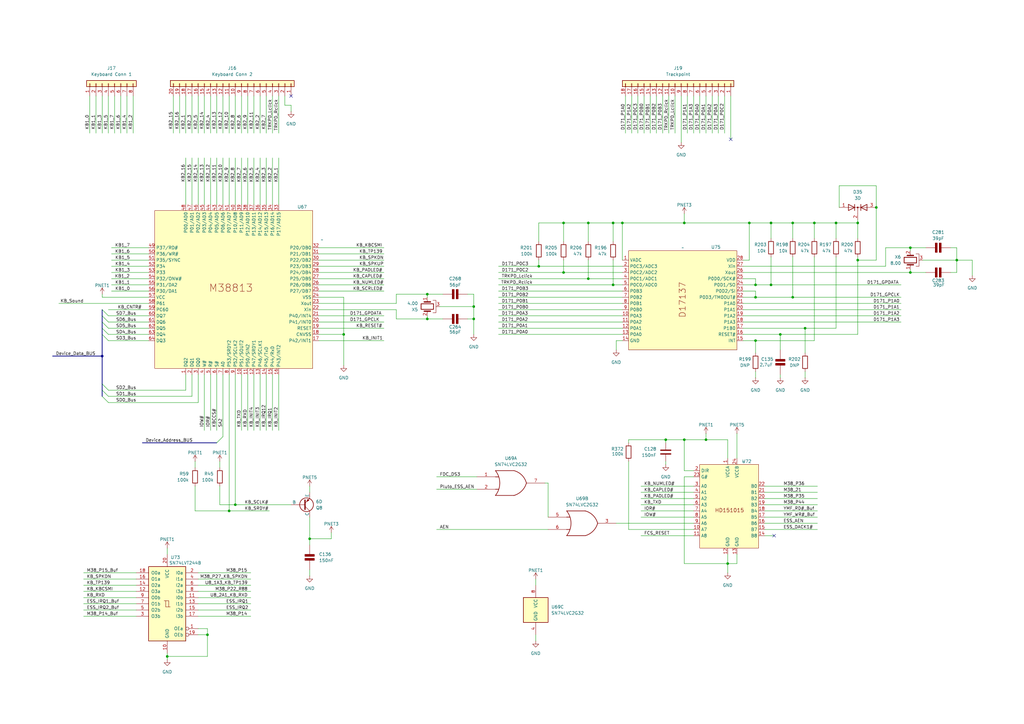
<source format=kicad_sch>
(kicad_sch (version 20250114) (generator "eeschema") (generator_version "9.0")
  (paper "A3")
  (title_block (title "PC110"))
  (junction (at 68.58 269.24))
  (junction (at 373.38 101.6))
  (junction (at 85.09 260.35))
  (junction (at 231.14 91.44))
  (junction (at 359.41 85.09))
  (junction (at 316.23 91.44))
  (junction (at 194.31 130.81))
  (junction (at 280.67 180.34))
  (junction (at 320.04 137.16))
  (junction (at 351.79 91.44))
  (junction (at 334.01 91.44))
  (junction (at 251.46 116.84))
  (junction (at 194.31 125.73))
  (junction (at 316.23 116.84))
  (junction (at 325.12 121.92))
  (junction (at 309.88 139.7))
  (junction (at 351.79 106.68))
  (junction (at 330.2 134.62))
  (junction (at 309.88 121.92))
  (junction (at 241.3 114.3))
  (junction (at 175.26 120.65))
  (junction (at 140.97 137.16))
  (junction (at 307.34 91.44))
  (junction (at 96.52 207.01))
  (junction (at 342.9 91.44))
  (junction (at 41.91 146.05))
  (junction (at 273.05 180.34))
  (junction (at 93.98 209.55))
  (junction (at 231.14 111.76))
  (junction (at 309.88 116.84))
  (junction (at 289.56 180.34))
  (junction (at 127 220.98))
  (junction (at 220.98 109.22))
  (junction (at 255.27 91.44))
  (junction (at 280.67 91.44))
  (junction (at 241.3 91.44))
  (junction (at 392.43 106.68))
  (junction (at 298.45 231.14))
  (junction (at 325.12 91.44))
  (junction (at 373.38 111.76))
  (junction (at 251.46 91.44))
  (junction (at 175.26 130.81))
  (no_connect (at 299.72 57.15))
  (no_connect (at 119.38 39.37))
  (no_connect (at 317.5 219.71))
  (bus_entry (at 41.91 127) (size 2.54 2.54))
  (bus_entry (at 88.9 181.61) (size 2.54 -2.54))
  (bus_entry (at 41.91 162.56) (size 2.54 2.54))
  (bus_entry (at 41.91 134.62) (size 2.54 2.54))
  (bus_entry (at 41.91 132.08) (size 2.54 2.54))
  (bus_entry (at 41.91 157.48) (size 2.54 2.54))
  (bus_entry (at 41.91 137.16) (size 2.54 2.54))
  (bus_entry (at 41.91 129.54) (size 2.54 2.54))
  (bus_entry (at 41.91 160.02) (size 2.54 2.54))
  (wire (pts (xy 93.98 64.77) (xy 93.98 83.82)))
  (wire (pts (xy 71.12 39.37) (xy 71.12 54.61)))
  (wire (pts (xy 313.69 219.71) (xy 317.5 219.71)))
  (wire (pts (xy 88.9 39.37) (xy 88.9 54.61)))
  (bus (pts (xy 41.91 157.48) (xy 41.91 160.02)))
  (wire (pts (xy 83.82 39.37) (xy 83.82 54.61)))
  (wire (pts (xy 313.69 204.47) (xy 335.28 204.47)))
  (wire (pts (xy 130.81 121.92) (xy 140.97 121.92)))
  (wire (pts (xy 330.2 134.62) (xy 330.2 144.78)))
  (wire (pts (xy 81.28 39.37) (xy 81.28 54.61)))
  (wire (pts (xy 91.44 153.67) (xy 91.44 179.07)))
  (wire (pts (xy 280.67 193.04) (xy 280.67 180.34)))
  (wire (pts (xy 252.73 139.7) (xy 255.27 139.7)))
  (wire (pts (xy 257.81 217.17) (xy 284.48 217.17)))
  (wire (pts (xy 114.3 153.67) (xy 114.3 176.53)))
  (wire (pts (xy 309.88 121.92) (xy 304.8 121.92)))
  (wire (pts (xy 304.8 106.68) (xy 307.34 106.68)))
  (wire (pts (xy 44.45 129.54) (xy 60.96 129.54)))
  (wire (pts (xy 83.82 64.77) (xy 83.82 83.82)))
  (bus (pts (xy 41.91 137.16) (xy 41.91 146.05)))
  (wire (pts (xy 292.1 39.37) (xy 292.1 54.61)))
  (wire (pts (xy 279.4 39.37) (xy 279.4 58.42)))
  (wire (pts (xy 280.67 195.58) (xy 280.67 231.14)))
  (wire (pts (xy 302.26 177.8) (xy 302.26 187.96)))
  (wire (pts (xy 298.45 231.14) (xy 298.45 234.95)))
  (wire (pts (xy 111.76 64.77) (xy 111.76 83.82)))
  (wire (pts (xy 127 220.98) (xy 135.89 220.98)))
  (wire (pts (xy 162.56 120.65) (xy 175.26 120.65)))
  (wire (pts (xy 273.05 189.23) (xy 273.05 190.5)))
  (wire (pts (xy 130.81 124.46) (xy 162.56 124.46)))
  (wire (pts (xy 224.79 212.09) (xy 224.79 198.12)))
  (wire (pts (xy 68.58 270.51) (xy 68.58 269.24)))
  (wire (pts (xy 195.58 195.58) (xy 179.07 195.58)))
  (wire (pts (xy 76.2 39.37) (xy 76.2 54.61)))
  (wire (pts (xy 266.7 39.37) (xy 266.7 54.61)))
  (wire (pts (xy 334.01 91.44) (xy 325.12 91.44)))
  (wire (pts (xy 252.73 143.51) (xy 252.73 139.7)))
  (wire (pts (xy 194.31 120.65) (xy 194.31 125.73)))
  (wire (pts (xy 44.45 162.56) (xy 78.74 162.56)))
  (wire (pts (xy 86.36 153.67) (xy 86.36 176.53)))
  (wire (pts (xy 96.52 207.01) (xy 119.38 207.01)))
  (wire (pts (xy 204.47 121.92) (xy 255.27 121.92)))
  (wire (pts (xy 36.83 39.37) (xy 36.83 54.61)))
  (wire (pts (xy 81.28 257.81) (xy 85.09 257.81)))
  (wire (pts (xy 273.05 180.34) (xy 280.67 180.34)))
  (wire (pts (xy 54.61 39.37) (xy 54.61 54.61)))
  (wire (pts (xy 78.74 64.77) (xy 78.74 83.82)))
  (wire (pts (xy 320.04 153.67) (xy 320.04 154.94)))
  (wire (pts (xy 262.89 201.93) (xy 284.48 201.93)))
  (wire (pts (xy 44.45 134.62) (xy 60.96 134.62)))
  (wire (pts (xy 316.23 105.41) (xy 316.23 116.84)))
  (wire (pts (xy 241.3 106.68) (xy 241.3 114.3)))
  (wire (pts (xy 104.14 64.77) (xy 104.14 83.82)))
  (wire (pts (xy 104.14 39.37) (xy 104.14 54.61)))
  (wire (pts (xy 220.98 91.44) (xy 231.14 91.44)))
  (wire (pts (xy 119.38 43.18) (xy 116.84 43.18)))
  (wire (pts (xy 93.98 209.55) (xy 80.01 209.55)))
  (wire (pts (xy 99.06 64.77) (xy 99.06 83.82)))
  (wire (pts (xy 39.37 39.37) (xy 39.37 54.61)))
  (wire (pts (xy 135.89 220.98) (xy 135.89 218.44)))
  (wire (pts (xy 289.56 177.8) (xy 289.56 180.34)))
  (wire (pts (xy 257.81 181.61) (xy 257.81 180.34)))
  (wire (pts (xy 44.45 160.02) (xy 76.2 160.02)))
  (wire (pts (xy 309.88 139.7) (xy 334.01 139.7)))
  (wire (pts (xy 378.46 106.68) (xy 392.43 106.68)))
  (wire (pts (xy 81.28 260.35) (xy 85.09 260.35)))
  (wire (pts (xy 271.78 39.37) (xy 271.78 54.61)))
  (wire (pts (xy 41.91 121.92) (xy 41.91 120.65)))
  (wire (pts (xy 24.13 124.46) (xy 60.96 124.46)))
  (wire (pts (xy 259.08 39.37) (xy 259.08 54.61)))
  (wire (pts (xy 373.38 110.49) (xy 373.38 111.76)))
  (wire (pts (xy 130.81 101.6) (xy 157.48 101.6)))
  (wire (pts (xy 204.47 134.62) (xy 255.27 134.62)))
  (wire (pts (xy 45.72 119.38) (xy 60.96 119.38)))
  (wire (pts (xy 373.38 101.6) (xy 373.38 102.87)))
  (wire (pts (xy 273.05 181.61) (xy 273.05 180.34)))
  (wire (pts (xy 313.69 199.39) (xy 335.28 199.39)))
  (wire (pts (xy 330.2 152.4) (xy 330.2 154.94)))
  (wire (pts (xy 130.81 106.68) (xy 157.48 106.68)))
  (wire (pts (xy 204.47 116.84) (xy 251.46 116.84)))
  (wire (pts (xy 111.76 39.37) (xy 111.76 54.61)))
  (wire (pts (xy 116.84 43.18) (xy 116.84 39.37)))
  (wire (pts (xy 313.69 209.55) (xy 335.28 209.55)))
  (wire (pts (xy 76.2 64.77) (xy 76.2 83.82)))
  (wire (pts (xy 287.02 39.37) (xy 287.02 54.61)))
  (wire (pts (xy 309.88 119.38) (xy 309.88 121.92)))
  (wire (pts (xy 204.47 111.76) (xy 231.14 111.76)))
  (wire (pts (xy 276.86 39.37) (xy 276.86 54.61)))
  (wire (pts (xy 316.23 97.79) (xy 316.23 91.44)))
  (wire (pts (xy 127 223.52) (xy 127 220.98)))
  (wire (pts (xy 398.78 106.68) (xy 398.78 113.03)))
  (wire (pts (xy 313.69 217.17) (xy 335.28 217.17)))
  (wire (pts (xy 140.97 121.92) (xy 140.97 137.16)))
  (wire (pts (xy 119.38 45.72) (xy 119.38 43.18)))
  (wire (pts (xy 220.98 106.68) (xy 220.98 109.22)))
  (wire (pts (xy 351.79 105.41) (xy 351.79 106.68)))
  (wire (pts (xy 68.58 269.24) (xy 68.58 267.97)))
  (wire (pts (xy 101.6 39.37) (xy 101.6 54.61)))
  (wire (pts (xy 81.28 64.77) (xy 81.28 83.82)))
  (wire (pts (xy 313.69 214.63) (xy 335.28 214.63)))
  (wire (pts (xy 220.98 99.06) (xy 220.98 91.44)))
  (wire (pts (xy 130.81 137.16) (xy 140.97 137.16)))
  (wire (pts (xy 45.72 104.14) (xy 60.96 104.14)))
  (wire (pts (xy 191.77 120.65) (xy 194.31 120.65)))
  (wire (pts (xy 241.3 114.3) (xy 255.27 114.3)))
  (wire (pts (xy 264.16 39.37) (xy 264.16 54.61)))
  (bus (pts (xy 41.91 160.02) (xy 41.91 162.56)))
  (wire (pts (xy 342.9 91.44) (xy 351.79 91.44)))
  (wire (pts (xy 34.29 240.03) (xy 55.88 240.03)))
  (wire (pts (xy 351.79 97.79) (xy 351.79 91.44)))
  (wire (pts (xy 342.9 91.44) (xy 342.9 97.79)))
  (wire (pts (xy 304.8 114.3) (xy 309.88 114.3)))
  (wire (pts (xy 325.12 105.41) (xy 325.12 121.92)))
  (wire (pts (xy 255.27 91.44) (xy 255.27 106.68)))
  (wire (pts (xy 251.46 106.68) (xy 251.46 116.84)))
  (wire (pts (xy 34.29 234.95) (xy 55.88 234.95)))
  (wire (pts (xy 90.17 189.23) (xy 90.17 191.77)))
  (bus (pts (xy 21.59 146.05) (xy 41.91 146.05)))
  (wire (pts (xy 334.01 105.41) (xy 334.01 139.7)))
  (wire (pts (xy 316.23 116.84) (xy 369.57 116.84)))
  (wire (pts (xy 34.29 252.73) (xy 55.88 252.73)))
  (wire (pts (xy 219.71 262.89) (xy 219.71 260.35)))
  (wire (pts (xy 114.3 39.37) (xy 114.3 54.61)))
  (wire (pts (xy 114.3 64.77) (xy 114.3 83.82)))
  (wire (pts (xy 127 233.68) (xy 127 236.22)))
  (wire (pts (xy 304.8 119.38) (xy 309.88 119.38)))
  (wire (pts (xy 392.43 111.76) (xy 392.43 106.68)))
  (wire (pts (xy 325.12 91.44) (xy 316.23 91.44)))
  (wire (pts (xy 34.29 250.19) (xy 55.88 250.19)))
  (wire (pts (xy 392.43 101.6) (xy 392.43 106.68)))
  (wire (pts (xy 359.41 76.2) (xy 359.41 85.09)))
  (wire (pts (xy 220.98 109.22) (xy 255.27 109.22)))
  (wire (pts (xy 373.38 101.6) (xy 379.73 101.6)))
  (wire (pts (xy 204.47 129.54) (xy 255.27 129.54)))
  (wire (pts (xy 373.38 111.76) (xy 379.73 111.76)))
  (wire (pts (xy 262.89 219.71) (xy 284.48 219.71)))
  (wire (pts (xy 96.52 64.77) (xy 96.52 83.82)))
  (wire (pts (xy 262.89 212.09) (xy 284.48 212.09)))
  (wire (pts (xy 81.28 234.95) (xy 102.87 234.95)))
  (wire (pts (xy 96.52 39.37) (xy 96.52 54.61)))
  (bus (pts (xy 41.91 127) (xy 41.91 129.54)))
  (wire (pts (xy 389.89 111.76) (xy 392.43 111.76)))
  (wire (pts (xy 85.09 269.24) (xy 68.58 269.24)))
  (wire (pts (xy 309.88 121.92) (xy 325.12 121.92)))
  (wire (pts (xy 304.8 134.62) (xy 330.2 134.62)))
  (wire (pts (xy 81.28 245.11) (xy 102.87 245.11)))
  (wire (pts (xy 91.44 64.77) (xy 91.44 83.82)))
  (wire (pts (xy 85.09 260.35) (xy 85.09 269.24)))
  (wire (pts (xy 45.72 116.84) (xy 60.96 116.84)))
  (wire (pts (xy 111.76 153.67) (xy 111.76 176.53)))
  (wire (pts (xy 284.48 195.58) (xy 280.67 195.58)))
  (wire (pts (xy 280.67 180.34) (xy 289.56 180.34)))
  (wire (pts (xy 86.36 39.37) (xy 86.36 54.61)))
  (wire (pts (xy 325.12 121.92) (xy 369.57 121.92)))
  (wire (pts (xy 304.8 132.08) (xy 369.57 132.08)))
  (wire (pts (xy 297.18 39.37) (xy 297.18 54.61)))
  (wire (pts (xy 44.45 39.37) (xy 44.45 54.61)))
  (wire (pts (xy 41.91 39.37) (xy 41.91 54.61)))
  (wire (pts (xy 175.26 129.54) (xy 175.26 130.81)))
  (wire (pts (xy 81.28 242.57) (xy 102.87 242.57)))
  (wire (pts (xy 309.88 114.3) (xy 309.88 116.84)))
  (wire (pts (xy 294.64 39.37) (xy 294.64 54.61)))
  (wire (pts (xy 307.34 91.44) (xy 316.23 91.44)))
  (wire (pts (xy 106.68 153.67) (xy 106.68 176.53)))
  (wire (pts (xy 68.58 224.79) (xy 68.58 227.33)))
  (wire (pts (xy 251.46 116.84) (xy 255.27 116.84)))
  (wire (pts (xy 280.67 231.14) (xy 298.45 231.14)))
  (wire (pts (xy 262.89 199.39) (xy 284.48 199.39)))
  (wire (pts (xy 127 212.09) (xy 127 220.98)))
  (wire (pts (xy 45.72 106.68) (xy 60.96 106.68)))
  (wire (pts (xy 99.06 153.67) (xy 99.06 176.53)))
  (wire (pts (xy 280.67 91.44) (xy 255.27 91.44)))
  (wire (pts (xy 289.56 180.34) (xy 298.45 180.34)))
  (wire (pts (xy 91.44 39.37) (xy 91.44 54.61)))
  (wire (pts (xy 109.22 153.67) (xy 109.22 176.53)))
  (wire (pts (xy 304.8 139.7) (xy 309.88 139.7)))
  (wire (pts (xy 34.29 237.49) (xy 55.88 237.49)))
  (wire (pts (xy 304.8 129.54) (xy 369.57 129.54)))
  (wire (pts (xy 104.14 153.67) (xy 104.14 176.53)))
  (wire (pts (xy 90.17 207.01) (xy 96.52 207.01)))
  (wire (pts (xy 45.72 114.3) (xy 60.96 114.3)))
  (wire (pts (xy 162.56 124.46) (xy 162.56 120.65)))
  (bus (pts (xy 41.91 146.05) (xy 41.91 157.48)))
  (wire (pts (xy 127 199.39) (xy 127 201.93)))
  (wire (pts (xy 130.81 134.62) (xy 157.48 134.62)))
  (wire (pts (xy 130.81 129.54) (xy 157.48 129.54)))
  (bus (pts (xy 41.91 129.54) (xy 41.91 132.08)))
  (wire (pts (xy 231.14 91.44) (xy 241.3 91.44)))
  (wire (pts (xy 307.34 91.44) (xy 280.67 91.44)))
  (wire (pts (xy 284.48 193.04) (xy 280.67 193.04)))
  (wire (pts (xy 73.66 39.37) (xy 73.66 54.61)))
  (wire (pts (xy 130.81 119.38) (xy 157.48 119.38)))
  (wire (pts (xy 179.07 200.66) (xy 195.58 200.66)))
  (wire (pts (xy 130.81 104.14) (xy 157.48 104.14)))
  (wire (pts (xy 101.6 153.67) (xy 101.6 176.53)))
  (wire (pts (xy 81.28 247.65) (xy 102.87 247.65)))
  (wire (pts (xy 204.47 127) (xy 255.27 127)))
  (bus (pts (xy 58.42 181.61) (xy 88.9 181.61)))
  (wire (pts (xy 334.01 91.44) (xy 342.9 91.44)))
  (wire (pts (xy 162.56 130.81) (xy 175.26 130.81)))
  (wire (pts (xy 284.48 39.37) (xy 284.48 54.61)))
  (wire (pts (xy 34.29 242.57) (xy 55.88 242.57)))
  (wire (pts (xy 351.79 90.17) (xy 351.79 91.44)))
  (wire (pts (xy 60.96 121.92) (xy 41.91 121.92)))
  (wire (pts (xy 204.47 109.22) (xy 220.98 109.22)))
  (wire (pts (xy 99.06 39.37) (xy 99.06 54.61)))
  (wire (pts (xy 289.56 39.37) (xy 289.56 54.61)))
  (wire (pts (xy 88.9 64.77) (xy 88.9 83.82)))
  (wire (pts (xy 93.98 153.67) (xy 93.98 209.55)))
  (wire (pts (xy 344.17 85.09) (xy 344.17 76.2)))
  (wire (pts (xy 44.45 137.16) (xy 60.96 137.16)))
  (wire (pts (xy 130.81 109.22) (xy 157.48 109.22)))
  (wire (pts (xy 304.8 124.46) (xy 369.57 124.46)))
  (wire (pts (xy 44.45 165.1) (xy 81.28 165.1)))
  (wire (pts (xy 309.88 116.84) (xy 316.23 116.84)))
  (wire (pts (xy 241.3 99.06) (xy 241.3 91.44)))
  (wire (pts (xy 231.14 91.44) (xy 231.14 99.06)))
  (wire (pts (xy 175.26 130.81) (xy 181.61 130.81)))
  (wire (pts (xy 389.89 101.6) (xy 392.43 101.6)))
  (wire (pts (xy 252.73 214.63) (xy 284.48 214.63)))
  (wire (pts (xy 342.9 105.41) (xy 342.9 134.62)))
  (wire (pts (xy 96.52 153.67) (xy 96.52 207.01)))
  (wire (pts (xy 251.46 91.44) (xy 255.27 91.44)))
  (wire (pts (xy 45.72 111.76) (xy 60.96 111.76)))
  (wire (pts (xy 320.04 137.16) (xy 351.79 137.16)))
  (wire (pts (xy 45.72 109.22) (xy 60.96 109.22)))
  (wire (pts (xy 313.69 207.01) (xy 335.28 207.01)))
  (wire (pts (xy 351.79 106.68) (xy 359.41 106.68)))
  (wire (pts (xy 78.74 153.67) (xy 78.74 162.56)))
  (wire (pts (xy 90.17 199.39) (xy 90.17 207.01)))
  (wire (pts (xy 363.22 101.6) (xy 373.38 101.6)))
  (wire (pts (xy 140.97 137.16) (xy 140.97 149.86)))
  (wire (pts (xy 83.82 153.67) (xy 83.82 176.53)))
  (wire (pts (xy 80.01 199.39) (xy 80.01 209.55)))
  (wire (pts (xy 81.28 240.03) (xy 102.87 240.03)))
  (wire (pts (xy 257.81 180.34) (xy 273.05 180.34)))
  (wire (pts (xy 34.29 245.11) (xy 55.88 245.11)))
  (wire (pts (xy 106.68 39.37) (xy 106.68 54.61)))
  (wire (pts (xy 262.89 209.55) (xy 284.48 209.55)))
  (wire (pts (xy 309.88 152.4) (xy 309.88 154.94)))
  (wire (pts (xy 299.72 39.37) (xy 299.72 57.15)))
  (wire (pts (xy 86.36 64.77) (xy 86.36 83.82)))
  (wire (pts (xy 313.69 212.09) (xy 335.28 212.09)))
  (wire (pts (xy 257.81 189.23) (xy 257.81 217.17)))
  (wire (pts (xy 130.81 132.08) (xy 157.48 132.08)))
  (wire (pts (xy 204.47 124.46) (xy 255.27 124.46)))
  (wire (pts (xy 93.98 209.55) (xy 110.49 209.55)))
  (wire (pts (xy 46.99 39.37) (xy 46.99 54.61)))
  (wire (pts (xy 313.69 201.93) (xy 335.28 201.93)))
  (wire (pts (xy 78.74 39.37) (xy 78.74 54.61)))
  (wire (pts (xy 34.29 247.65) (xy 55.88 247.65)))
  (wire (pts (xy 85.09 257.81) (xy 85.09 260.35)))
  (wire (pts (xy 130.81 111.76) (xy 157.48 111.76)))
  (wire (pts (xy 204.47 132.08) (xy 255.27 132.08)))
  (wire (pts (xy 274.32 39.37) (xy 274.32 54.61)))
  (wire (pts (xy 298.45 227.33) (xy 298.45 231.14)))
  (wire (pts (xy 309.88 139.7) (xy 309.88 144.78)))
  (wire (pts (xy 261.62 39.37) (xy 261.62 54.61)))
  (wire (pts (xy 130.81 139.7) (xy 157.48 139.7)))
  (wire (pts (xy 76.2 153.67) (xy 76.2 160.02)))
  (wire (pts (xy 175.26 120.65) (xy 181.61 120.65)))
  (wire (pts (xy 45.72 101.6) (xy 60.96 101.6)))
  (wire (pts (xy 81.28 250.19) (xy 102.87 250.19)))
  (wire (pts (xy 130.81 116.84) (xy 157.48 116.84)))
  (wire (pts (xy 194.31 130.81) (xy 194.31 137.16)))
  (wire (pts (xy 204.47 119.38) (xy 255.27 119.38)))
  (wire (pts (xy 224.79 198.12) (xy 223.52 198.12)))
  (wire (pts (xy 109.22 64.77) (xy 109.22 83.82)))
  (wire (pts (xy 109.22 39.37) (xy 109.22 54.61)))
  (wire (pts (xy 88.9 153.67) (xy 88.9 176.53)))
  (wire (pts (xy 262.89 207.01) (xy 284.48 207.01)))
  (wire (pts (xy 262.89 204.47) (xy 284.48 204.47)))
  (wire (pts (xy 44.45 132.08) (xy 60.96 132.08)))
  (wire (pts (xy 101.6 64.77) (xy 101.6 83.82)))
  (wire (pts (xy 304.8 127) (xy 369.57 127)))
  (wire (pts (xy 251.46 91.44) (xy 251.46 99.06)))
  (bus (pts (xy 41.91 132.08) (xy 41.91 134.62)))
  (wire (pts (xy 106.68 64.77) (xy 106.68 83.82)))
  (wire (pts (xy 93.98 39.37) (xy 93.98 54.61)))
  (wire (pts (xy 204.47 137.16) (xy 255.27 137.16)))
  (wire (pts (xy 307.34 106.68) (xy 307.34 91.44)))
  (wire (pts (xy 392.43 106.68) (xy 398.78 106.68)))
  (wire (pts (xy 304.8 116.84) (xy 309.88 116.84)))
  (wire (pts (xy 81.28 237.49) (xy 102.87 237.49)))
  (wire (pts (xy 194.31 125.73) (xy 194.31 130.81)))
  (wire (pts (xy 363.22 109.22) (xy 363.22 101.6)))
  (wire (pts (xy 298.45 231.14) (xy 302.26 231.14)))
  (wire (pts (xy 80.01 189.23) (xy 80.01 191.77)))
  (wire (pts (xy 269.24 39.37) (xy 269.24 54.61)))
  (wire (pts (xy 330.2 134.62) (xy 342.9 134.62)))
  (bus (pts (xy 41.91 134.62) (xy 41.91 137.16)))
  (wire (pts (xy 49.53 39.37) (xy 49.53 54.61)))
  (wire (pts (xy 304.8 109.22) (xy 363.22 109.22)))
  (wire (pts (xy 44.45 139.7) (xy 60.96 139.7)))
  (wire (pts (xy 351.79 106.68) (xy 351.79 137.16)))
  (wire (pts (xy 81.28 252.73) (xy 102.87 252.73)))
  (wire (pts (xy 162.56 127) (xy 162.56 130.81)))
  (wire (pts (xy 130.81 127) (xy 162.56 127)))
  (wire (pts (xy 175.26 120.65) (xy 175.26 121.92)))
  (wire (pts (xy 325.12 97.79) (xy 325.12 91.44)))
  (wire (pts (xy 231.14 106.68) (xy 231.14 111.76)))
  (wire (pts (xy 304.8 111.76) (xy 373.38 111.76)))
  (wire (pts (xy 256.54 39.37) (xy 256.54 54.61)))
  (wire (pts (xy 179.07 217.17) (xy 224.79 217.17)))
  (wire (pts (xy 130.81 114.3) (xy 157.48 114.3)))
  (wire (pts (xy 204.47 114.3) (xy 241.3 114.3)))
  (wire (pts (xy 241.3 91.44) (xy 251.46 91.44)))
  (wire (pts (xy 298.45 180.34) (xy 298.45 187.96)))
  (wire (pts (xy 231.14 111.76) (xy 255.27 111.76)))
  (wire (pts (xy 359.41 85.09) (xy 359.41 106.68)))
  (wire (pts (xy 302.26 231.14) (xy 302.26 227.33)))
  (wire (pts (xy 344.17 76.2) (xy 359.41 76.2)))
  (wire (pts (xy 44.45 127) (xy 60.96 127)))
  (wire (pts (xy 334.01 97.79) (xy 334.01 91.44)))
  (wire (pts (xy 281.94 39.37) (xy 281.94 54.61)))
  (wire (pts (xy 52.07 39.37) (xy 52.07 54.61)))
  (wire (pts (xy 191.77 130.81) (xy 194.31 130.81)))
  (wire (pts (xy 81.28 153.67) (xy 81.28 165.1)))
  (wire (pts (xy 219.71 237.49) (xy 219.71 240.03)))
  (wire (pts (xy 180.34 125.73) (xy 194.31 125.73)))
  (wire (pts (xy 280.67 87.63) (xy 280.67 91.44)))
  (wire (pts (xy 304.8 137.16) (xy 320.04 137.16)))
  (wire (pts (xy 320.04 137.16) (xy 320.04 143.51)))
  (label "SD3_Bus" (at 55.88 139.7 180))
  (label "M38_21" (at 321.31 201.93 0))
  (label "U8_1A3_KB_TP139" (at 101.6 240.03 180))
  (label "YMF_RD#_Buf" (at 321.31 209.55 0))
  (label "D171_P0A2" (at 205.74 132.08 0))
  (label "KB2_9" (at 93.98 68.58 270))
  (label "KB_PADLED#" (at 264.16 204.47 0))
  (label "TRKPD_Rclick" (at 218.44 116.84 180))
  (label "KB_INIT1" (at 148.59 139.7 0))
  (label "KB1_1" (at 53.34 116.84 180))
  (label "KB_KBCSMI" (at 146.05 101.6 0))
  (label "KB2_16" (at 76.2 67.31 270))
  (label "KB2_8" (at 96.52 46.99 270))
  (label "KB1_0" (at 36.83 46.99 270))
  (label "D171_P0C3" (at 205.74 109.22 0))
  (label "M38_P36" (at 321.31 199.39 0))
  (label "KB_SPKDN" (at 35.56 237.49 0))
  (label "D171_GPDATA" (at 143.51 129.54 0))
  (label "KB2_1" (at 114.3 68.58 270))
  (label "KB2_15" (at 78.74 67.31 270))
  (label "D171_P0B0" (at 205.74 127 0))
  (label "TRKPD_Lclick" (at 218.44 114.3 180))
  (label "KB1_4" (at 53.34 109.22 180))
  (label "KB2_12" (at 86.36 67.31 270))
  (label "KB_SCRLED#" (at 144.78 119.38 0))
  (label "M38_P14" (at 92.71 252.73 0))
  (label "KB2_10" (at 91.44 67.31 270))
  (label "D171_P0B2" (at 205.74 121.92 0))
  (label "SD5_Bus" (at 55.88 134.62 180))
  (label "KB_INIT4" (at 104.14 175.26 90))
  (label "D171_P0B0" (at 264.16 53.34 90))
  (label "IOW#" (at 264.16 212.09 0))
  (label "D171_P0A3" (at 205.74 129.54 0))
  (label "D171_P1A3" (at 284.48 53.34 90))
  (label "KB_IRQ12" (at 109.22 175.26 90))
  (label "KB1_5" (at 53.34 106.68 180))
  (label "KB1_3" (at 53.34 111.76 180))
  (label "SD0_Bus" (at 55.88 165.1 180))
  (label "KB2_3" (at 78.74 46.99 270))
  (label "KB_NUMLED#" (at 264.16 199.39 0))
  (label "KB2_9" (at 101.6 46.99 270))
  (label "KB2_6" (at 99.06 46.99 270))
  (label "KB2_4" (at 86.36 46.99 270))
  (label "D171_P0C2" (at 205.74 111.76 0))
  (label "D171_P0B1" (at 266.7 53.34 90))
  (label "KB_CNTR#" (at 48.26 127 0))
  (label "KB2_5" (at 81.28 46.99 270))
  (label "KB2_7" (at 99.06 68.58 270))
  (label "ESS_AEN" (at 321.31 214.63 0))
  (label "KB2_15" (at 71.12 45.72 270))
  (label "KB1_0" (at 53.34 119.38 180))
  (label "KB2_6" (at 101.6 68.58 270))
  (label "KB2_4" (at 106.68 68.58 270))
  (label "FDC_DS3" (at 180.34 195.58 0))
  (label "KB2_8" (at 96.52 68.58 270))
  (label "D171_P1A2" (at 259.08 53.34 90))
  (label "KB1_7" (at 53.2981 101.6 180))
  (label "ESS_DACK1#" (at 321.31 217.17 0))
  (label "Pluto_ESS_AEN" (at 180.34 200.66 0))
  (label "KB_RXD" (at 101.6 175.26 90))
  (label "KB2_3" (at 109.22 68.58 270))
  (label "KB2_14" (at 83.82 45.72 270))
  (label "KB2_10" (at 93.98 45.72 270))
  (label "Device_Data_BUS" (at 22.86 146.05 0))
  (label "D171_P1A2" (at 358.14 129.54 0))
  (label "KB_KBCSMI" (at 35.56 242.57 0))
  (label "KBCCS#" (at 88.9 175.26 90))
  (label "D171_P0B1" (at 205.74 124.46 0))
  (label "KB_CAPLED#" (at 144.78 114.3 0))
  (label "IOR#" (at 86.36 175.26 90))
  (label "D171_P1A1" (at 358.14 127 0))
  (label "M38_P22_R88" (at 101.6 242.57 180))
  (label "KB1_7" (at 46.99 46.99 270))
  (label "KB_PADLED#" (at 144.78 111.76 0))
  (label "KB2_1" (at 76.2 46.99 270))
  (label "D171_P1A0" (at 256.54 53.34 90))
  (label "ESS_IRQ1" (at 92.71 247.65 0))
  (label "U8_2A1_KB_RXD" (at 101.6 245.11 180))
  (label "KB1_6" (at 53.2981 104.14 180))
  (label "KB2_16" (at 73.66 45.72 270))
  (label "M38_P15" (at 92.71 234.95 0))
  (label "M38_P27_KB_SPKDN" (at 101.6 237.49 180))
  (label "KB_RXD" (at 35.56 245.11 0))
  (label "M38_P35" (at 321.31 204.47 0))
  (label "KB_Sound" (at 34.29 124.46 180))
  (label "D171_P1A0" (at 358.14 124.46 0))
  (label "KB_CAPLED#" (at 264.16 201.93 0))
  (label "M38_P14_Buf" (at 35.56 252.73 0))
  (label "D171_P1A3" (at 358.14 132.08 0))
  (label "KB1_2" (at 53.229 114.3 180))
  (label "TRKPD_Rclick" (at 114.3 40.64 270))
  (label "KB2_11" (at 88.9 67.31 270))
  (label "SA2" (at 91.44 175.26 90))
  (label "KB_TXD" (at 264.16 207.01 0))
  (label "KB_INIT3" (at 106.68 175.26 90))
  (label "TRKPD_Lclick" (at 276.86 40.64 270))
  (label "KB_SPKDN" (at 147.32 106.68 0))
  (label "KB2_2" (at 111.76 68.58 270))
  (label "D171_P0A1" (at 289.56 53.34 90))
  (label "D171_P1A1" (at 281.94 53.34 90))
  (label "SD1_Bus" (at 55.88 162.56 180))
  (label "KB_SPKUP" (at 147.32 109.22 0))
  (label "D171_P0A0" (at 205.74 137.16 0))
  (label "KB2_2" (at 106.68 46.99 270))
  (label "D171_P0A3" (at 294.64 53.34 90))
  (label "KB2_7" (at 109.22 46.99 270))
  (label "AEN" (at 180.34 217.17 0))
  (label "KB1_1" (at 39.37 46.99 270))
  (label "KB_INIT2" (at 114.3 175.26 90))
  (label "D171_GPDATA" (at 355.6 116.84 0))
  (label "YMF_WR#_Buf" (at 321.31 212.09 0))
  (label "D171_GPCLK" (at 356.87 121.92 0))
  (label "KB1_4" (at 52.07 46.99 270))
  (label "SD4_Bus" (at 55.88 137.16 180))
  (label "M38_P15_Buf" (at 35.56 234.95 0))
  (label "KB2_12" (at 91.44 45.72 270))
  (label "ESS_IRQ2_Buf" (at 35.56 250.19 0))
  (label "D171_P0A0" (at 287.02 53.34 90))
  (label "SD7_Bus" (at 55.88 129.54 180))
  (label "KB1_5" (at 44.45 46.99 270))
  (label "KB_IRQ1" (at 111.76 175.26 90))
  (label "D171_P0C3" (at 261.62 53.34 90))
  (label "KB_SRDY#" (at 100.33 209.55 0))
  (label "IOW#" (at 83.82 175.26 90))
  (label "KB2_5" (at 104.14 68.58 270))
  (label "KB_TP139" (at 35.56 240.03 0))
  (label "D171_P0B3" (at 205.74 119.38 0))
  (label "KB_NUMLED#" (at 144.78 116.84 0))
  (label "KB_RESET#" (at 146.05 134.62 0))
  (label "TRKPD_Lclick" (at 111.76 40.64 270))
  (label "M38_P44" (at 321.31 207.01 0))
  (label "KB1_3" (at 41.91 46.99 270))
  (label "D171_P0B2" (at 269.24 53.34 90))
  (label "TRKPD_Rclick" (at 274.32 40.64 270))
  (label "D171_P0C2" (at 297.18 53.34 90))
  (label "IOR#" (at 264.16 209.55 0))
  (label "KB_TP139" (at 147.32 104.14 0))
  (label "ESS_IRQ1_Buf" (at 35.56 247.65 0))
  (label "SD2_Bus" (at 55.88 160.02 180))
  (label "KB2_11" (at 104.14 45.72 270))
  (label "KB_TXD" (at 99.06 175.26 90))
  (label "KB2_13" (at 88.9 45.72 270))
  (label "ESS_IRQ2" (at 92.71 250.19 0))
  (label "KB_SCLK#" (at 100.33 207.01 0))
  (label "Device_Address_BUS" (at 59.69 181.61 0))
  (label "SD6_Bus" (at 55.88 132.08 180))
  (label "KB2_13" (at 83.82 67.31 270))
  (label "D171_P0A2" (at 292.1 53.34 90))
  (label "KB2_14" (at 81.28 67.31 270))
  (label "KB1_6" (at 49.53 46.99 270))
  (label "D171_P0B3" (at 271.78 53.34 90))
  (label "D171_GPCLK" (at 143.51 132.08 0))
  (label "FCS_RESET" (at 264.16 219.71 0))
  (label "KB1_2" (at 54.61 46.99 270))
  (label "D171_P0A1" (at 205.74 134.62 0))
  (symbol (lib_id "power:VCC") (at 41.91 120.65 0) (unit 1)
    (property "Reference" "#PWR0132" (effects (hide yes)))
    (property "Value" "PNET1" (at 41.91 117.094 0))
    (property "Description" "Power symbol creates a global label with name \"VCC\"" (effects (hide yes)))
  )
  (symbol (lib_id "power:VCC") (at 80.01 189.23 0) (unit 1)
    (property "Reference" "#PWR0209" (effects (hide yes)))
    (property "Value" "PNET1" (at 80.01 185.674 0))
    (property "Description" "Power symbol creates a global label with name \"VCC\"" (effects (hide yes)))
  )
  (symbol (lib_id "Device:R") (at 342.9 101.6 0) (mirror y) (unit 1)
    (property "Reference" "R197" (at 341.122 100.33 0) (effects (justify left)))
    (property "Value" "47k" (at 340.868 102.87 0) (effects (justify left)))
    (property "Description" "Resistor" (effects (hide yes)))
  )
  (symbol (lib_id "power:VCC") (at 68.58 224.79 0) (unit 1)
    (property "Reference" "#PWR0332" (effects (hide yes)))
    (property "Value" "PNET1" (at 68.58 221.234 0))
    (property "Description" "Power symbol creates a global label with name \"VCC\"" (effects (hide yes)))
  )
  (symbol (lib_id "Device:R") (at 251.46 102.87 0) (mirror y) (unit 1)
    (property "Reference" "R196" (at 248.92 101.5999 0) (effects (justify left)))
    (property "Value" "47k" (at 248.92 104.1399 0) (effects (justify left)))
    (property "Description" "Resistor" (effects (hide yes)))
  )
  (symbol (lib_id "Device:R") (at 90.17 195.58 0) (mirror y) (unit 1)
    (property "Reference" "R45" (at 87.63 194.3099 0) (effects (justify left)))
    (property "Value" "100k" (at 87.63 196.8499 0) (effects (justify left)))
    (property "Description" "Resistor" (effects (hide yes)))
  )
  (symbol (lib_id "Device:R") (at 316.23 101.6 0) (mirror y) (unit 1)
    (property "Reference" "R203" (at 314.452 100.33 0) (effects (justify left)))
    (property "Value" "10k" (at 314.198 102.87 0) (effects (justify left)))
    (property "Description" "Resistor" (effects (hide yes)))
  )
  (symbol (lib_id "Device:R") (at 220.98 102.87 0) (mirror y) (unit 1)
    (property "Reference" "R201" (at 218.44 101.5999 0) (effects (justify left)))
    (property "Value" "100k" (at 218.44 104.1399 0) (effects (justify left)))
    (property "Description" "Resistor" (effects (hide yes)))
  )
  (symbol (lib_id "power:GND") (at 252.73 143.51 0) (unit 1)
    (property "Reference" "#PWR0321" (effects (hide yes)))
    (property "Value" "GND" (at 252.73 148.59 0))
    (property "Description" "Power symbol creates a global label with name \"GND\" , ground" (effects (hide yes)))
  )
  (symbol (lib_id "PC110:HD151015") (at 299.72 209.55 0) (unit 1)
    (property "Reference" "U72" (at 304.292 189.23 0) (effects (justify left)))
    (property "Value" "~" (at 304.4033 189.23 0) (effects (justify left)))
  )
  (symbol (lib_id "74xGxx:74LVC2G32") (at 219.71 250.19 0) (unit 3)
    (property "Reference" "U69" (at 226.06 248.9199 0) (effects (justify left)))
    (property "Value" "SN74LVC2G32" (at 226.06 251.4599 0) (effects (justify left)))
    (property "Datasheet" "http://www.ti.com/lit/sg/scyt129e/scyt129e.pdf" (effects (hide yes)))
    (property "Description" "Dual OR Gate, Low-Voltage CMOS" (effects (hide yes)))
  )
  (symbol (lib_id "PC110:D17137") (at 279.4 123.19 0) (unit 1)
    (property "Reference" "U75" (at 293.624 101.346 0))
    (property "Value" "~" (at 280.035 101.6 0))
  )
  (symbol (lib_id "PCM_Elektuur:C") (at 186.69 130.81 90) (mirror x) (unit 1)
    (property "Reference" "C264" (at 186.69 134.112 90))
    (property "Value" "56pF" (at 186.69 136.144 90))
    (property "Description" "capacitor, non-polarized/bipolar" (effects (hide yes)))
    (property "Indicator" "+" (effects (hide yes)))
    (property "Rating" "V" (effects (hide yes)))
  )
  (symbol (lib_id "power:GND") (at 398.78 113.03 0) (unit 1)
    (property "Reference" "#PWR0331" (effects (hide yes)))
    (property "Value" "GND" (at 398.78 118.11 0))
    (property "Description" "Power symbol creates a global label with name \"GND\" , ground" (effects (hide yes)))
  )
  (symbol (lib_id "74xGxx:74LVC2G32") (at 210.82 198.12 0) (unit 1)
    (property "Reference" "U69" (at 209.55 187.96 0))
    (property "Value" "SN74LVC2G32" (at 209.55 190.5 0))
    (property "Datasheet" "http://www.ti.com/lit/sg/scyt129e/scyt129e.pdf" (effects (hide yes)))
    (property "Description" "Dual OR Gate, Low-Voltage CMOS" (effects (hide yes)))
  )
  (symbol (lib_id "Device:R") (at 334.01 101.6 0) (mirror y) (unit 1)
    (property "Reference" "R204" (at 332.232 100.33 0) (effects (justify left)))
    (property "Value" "47k" (at 331.978 102.87 0) (effects (justify left)))
    (property "Description" "Resistor" (effects (hide yes)))
  )
  (symbol (lib_id "power:VCC") (at 90.17 189.23 0) (unit 1)
    (property "Reference" "#PWR0210" (effects (hide yes)))
    (property "Value" "PNET1" (at 90.17 185.674 0))
    (property "Description" "Power symbol creates a global label with name \"VCC\"" (effects (hide yes)))
  )
  (symbol (lib_id "PC110:M38813") (at 95.25 119.38 0) (unit 1)
    (property "Reference" "U67" (at 123.952 84.836 0))
    (property "Value" "~" (at 132.08 98.3549 0))
  )
  (symbol (lib_id "power:GND") (at 219.71 262.89 0) (unit 1)
    (property "Reference" "#PWR0357" (effects (hide yes)))
    (property "Value" "GND" (at 219.71 267.97 0))
    (property "Description" "Power symbol creates a global label with name \"GND\" , ground" (effects (hide yes)))
  )
  (symbol (lib_id "Connector_Generic:Conn_01x20") (at 96.52 34.29 270) (mirror x) (unit 1)
    (property "Reference" "J16" (at 95.25 27.94 90))
    (property "Value" "Keyboard Conn 2" (at 95.25 30.48 90))
    (property "Description" "Generic connector, single row, 01x20, script generated (kicad-library-utils/schlib/autogen/connector/)" (effects (hide yes)))
  )
  (symbol (lib_id "power:GND") (at 298.45 234.95 0) (unit 1)
    (property "Reference" "#PWR0322" (effects (hide yes)))
    (property "Value" "GND" (at 298.45 240.03 0))
    (property "Description" "Power symbol creates a global label with name \"GND\" , ground" (effects (hide yes)))
  )
  (symbol (lib_id "power:VCC") (at 289.56 177.8 0) (unit 1)
    (property "Reference" "#PWR0324" (effects (hide yes)))
    (property "Value" "PNET1" (at 289.56 174.244 0))
    (property "Description" "Power symbol creates a global label with name \"VCC\"" (effects (hide yes)))
  )
  (symbol (lib_id "Device:R") (at 257.81 185.42 180) (unit 1)
    (property "Reference" "R372" (at 255.778 184.15 0) (effects (justify left)))
    (property "Value" "100k" (at 255.778 186.182 0) (effects (justify left)))
    (property "Description" "Resistor" (effects (hide yes)))
  )
  (symbol (lib_id "power:VCC") (at 219.71 237.49 0) (unit 1)
    (property "Reference" "#PWR0326" (effects (hide yes)))
    (property "Value" "PNET1" (at 219.71 233.934 0))
    (property "Description" "Power symbol creates a global label with name \"VCC\"" (effects (hide yes)))
  )
  (symbol (lib_id "power:GND") (at 320.04 154.94 0) (unit 1)
    (property "Reference" "#PWR0356" (effects (hide yes)))
    (property "Value" "GND" (at 320.04 160.02 0))
    (property "Description" "Power symbol creates a global label with name \"GND\" , ground" (effects (hide yes)))
  )
  (symbol (lib_id "PCM_Elektuur:C") (at 127 228.6 0) (unit 1)
    (property "Reference" "C136" (at 130.81 227.3299 0) (effects (justify left)))
    (property "Value" "150nF" (at 130.81 229.8699 0) (effects (justify left)))
    (property "Description" "capacitor, non-polarized/bipolar" (effects (hide yes)))
    (property "Indicator" "+" (effects (hide yes)))
    (property "Rating" "V" (effects (hide yes)))
  )
  (symbol (lib_id "Device:R") (at 330.2 148.59 0) (mirror y) (unit 1)
    (property "Reference" "R202" (at 328.422 147.32 0) (effects (justify left)))
    (property "Value" "DNP" (at 327.914 149.86 0) (effects (justify left)))
    (property "Description" "Resistor" (effects (hide yes)))
  )
  (symbol (lib_id "power:VCC") (at 280.67 87.63 0) (unit 1)
    (property "Reference" "#PWR0213" (effects (hide yes)))
    (property "Value" "PNET3" (at 280.67 84.074 0))
    (property "Description" "Power symbol creates a global label with name \"VCC\"" (effects (hide yes)))
  )
  (symbol (lib_id "power:VCC") (at 127 199.39 0) (unit 1)
    (property "Reference" "#PWR0211" (effects (hide yes)))
    (property "Value" "PNET5" (at 127 195.834 0))
    (property "Description" "Power symbol creates a global label with name \"VCC\"" (effects (hide yes)))
  )
  (symbol (lib_id "power:GND") (at 194.31 137.16 0) (unit 1)
    (property "Reference" "#PWR0352" (effects (hide yes)))
    (property "Value" "GND" (at 194.31 142.24 0))
    (property "Description" "Power symbol creates a global label with name \"GND\" , ground" (effects (hide yes)))
  )
  (symbol (lib_id "74xGxx:74LVC2G32") (at 240.03 214.63 0) (unit 2)
    (property "Reference" "U69" (at 238.76 204.47 0))
    (property "Value" "SN74LVC2G32" (at 238.76 207.01 0))
    (property "Datasheet" "http://www.ti.com/lit/sg/scyt129e/scyt129e.pdf" (effects (hide yes)))
    (property "Description" "Dual OR Gate, Low-Voltage CMOS" (effects (hide yes)))
  )
  (symbol (lib_id "Device:R") (at 241.3 102.87 0) (mirror y) (unit 1)
    (property "Reference" "R206" (at 238.76 101.5999 0) (effects (justify left)))
    (property "Value" "47k" (at 238.76 104.1399 0) (effects (justify left)))
    (property "Description" "Resistor" (effects (hide yes)))
  )
  (symbol (lib_id "PCM_Elektuur:C") (at 320.04 148.59 0) (mirror y) (unit 1)
    (property "Reference" "C135" (at 317.246 147.32 0) (effects (justify left)))
    (property "Value" "2.7uF" (at 316.992 149.606 0) (effects (justify left)))
    (property "Description" "capacitor, non-polarized/bipolar" (effects (hide yes)))
    (property "Indicator" "+" (effects (hide yes)))
    (property "Rating" "V" (effects (hide yes)))
  )
  (symbol (lib_id "power:GND") (at 309.88 154.94 0) (unit 1)
    (property "Reference" "#PWR0354" (effects (hide yes)))
    (property "Value" "GND" (at 309.88 160.02 0))
    (property "Description" "Power symbol creates a global label with name \"GND\" , ground" (effects (hide yes)))
  )
  (symbol (lib_id "power:GND") (at 119.38 45.72 0) (unit 1)
    (property "Reference" "#PWR0133" (effects (hide yes)))
    (property "Value" "GND" (at 119.38 50.8 0))
    (property "Description" "Power symbol creates a global label with name \"GND\" , ground" (effects (hide yes)))
  )
  (symbol (lib_id "Connector_Generic:Conn_01x18") (at 279.4 34.29 270) (mirror x) (unit 1)
    (property "Reference" "J19" (at 278.13 27.94 90))
    (property "Value" "Trackpoint" (at 278.13 30.48 90))
    (property "Description" "Generic connector, single row, 01x18, script generated (kicad-library-utils/schlib/autogen/connector/)" (effects (hide yes)))
  )
  (symbol (lib_id "74xx:74LS244") (at 68.58 247.65 0) (mirror y) (unit 1)
    (property "Reference" "U73" (at 73.914 228.6 0) (effects (justify left)))
    (property "Value" "SN74LVT244B" (at 82.55 230.886 0) (effects (justify left)))
    (property "Datasheet" "http://www.ti.com/lit/ds/symlink/sn74ls244.pdf" (effects (hide yes)))
    (property "Description" "Octal Buffer and Line Driver With 3-State Output, active-low enables, non-inverting outputs" (effects (hide yes)))
  )
  (symbol (lib_id "Device:D_Dual_CommonCathode_AKA") (at 351.79 85.09 0) (unit 1)
    (property "Reference" "D35" (at 351.79 78.74 0))
    (property "Value" "3D" (at 351.79 81.28 0))
    (property "Description" "Dual diode, common cathode on pin 2" (effects (hide yes)))
  )
  (symbol (lib_id "Device:R") (at 231.14 102.87 0) (mirror y) (unit 1)
    (property "Reference" "R205" (at 228.6 101.5999 0) (effects (justify left)))
    (property "Value" "100k" (at 228.6 104.1399 0) (effects (justify left)))
    (property "Description" "Resistor" (effects (hide yes)))
  )
  (symbol (lib_id "power:GND") (at 273.05 190.5 0) (unit 1)
    (property "Reference" "#PWR0325" (effects (hide yes)))
    (property "Value" "GND" (at 273.05 195.58 0))
    (property "Description" "Power symbol creates a global label with name \"GND\" , ground" (effects (hide yes)))
  )
  (symbol (lib_id "power:VCC") (at 302.26 177.8 0) (unit 1)
    (property "Reference" "#PWR0323" (effects (hide yes)))
    (property "Value" "PNET5" (at 302.26 174.244 0))
    (property "Description" "Power symbol creates a global label with name \"VCC\"" (effects (hide yes)))
  )
  (symbol (lib_id "power:VCC") (at 135.89 218.44 0) (unit 1)
    (property "Reference" "#PWR0212" (effects (hide yes)))
    (property "Value" "PNET3" (at 135.89 214.884 0))
    (property "Description" "Power symbol creates a global label with name \"VCC\"" (effects (hide yes)))
  )
  (symbol (lib_id "power:GND") (at 279.4 58.42 0) (unit 1)
    (property "Reference" "#PWR0353" (effects (hide yes)))
    (property "Value" "GND" (at 279.4 63.5 0))
    (property "Description" "Power symbol creates a global label with name \"GND\" , ground" (effects (hide yes)))
  )
  (symbol (lib_id "Simulation_SPICE:PNP") (at 124.46 207.01 0) (mirror x) (unit 1)
    (property "Reference" "Q8" (at 129.54 208.2801 0) (effects (justify left)))
    (property "Value" "6D" (at 129.54 205.7401 0) (effects (justify left)))
    (property "Datasheet" "https://ngspice.sourceforge.io/docs/ngspice-html-manual/manual.xhtml#cha_BJTs" (effects (hide yes)))
    (property "Description" "Bipolar transistor symbol for simulation only, substrate tied to the emitter" (effects (hide yes)))
    (property "Sim.Device" "PNP" (effects (hide yes)))
    (property "Sim.Type" "GUMMELPOON" (effects (hide yes)))
    (property "Sim.Pins" "1=C 2=B 3=E" (effects (hide yes)))
  )
  (symbol (lib_id "Device:R") (at 325.12 101.6 0) (mirror y) (unit 1)
    (property "Reference" "R198" (at 323.342 100.33 0) (effects (justify left)))
    (property "Value" "10k" (at 323.088 102.87 0) (effects (justify left)))
    (property "Description" "Resistor" (effects (hide yes)))
  )
  (symbol (lib_id "Connector_Generic:Conn_01x08") (at 44.45 34.29 90) (unit 1)
    (property "Reference" "J17" (at 45.72 27.94 90))
    (property "Value" "Keyboard Conn 1" (at 45.72 30.48 90))
    (property "Description" "Generic connector, single row, 01x08, script generated (kicad-library-utils/schlib/autogen/connector/)" (effects (hide yes)))
  )
  (symbol (lib_id "Device:Crystal_GND3") (at 175.26 125.73 90) (mirror x) (unit 1)
    (property "Reference" "X5" (at 171.45 127.0001 90) (effects (justify left)))
    (property "Value" "4.00" (at 171.45 124.4601 90) (effects (justify left)))
    (property "Description" "Three pin crystal, GND on pin 3" (effects (hide yes)))
  )
  (symbol (lib_id "Device:Crystal_GND3") (at 373.38 106.68 90) (unit 1)
    (property "Reference" "X6" (at 369.57 105.4099 90) (effects (justify left)))
    (property "Value" "8.00" (at 369.57 107.9499 90) (effects (justify left)))
    (property "Description" "Three pin crystal, GND on pin 3" (effects (hide yes)))
  )
  (symbol (lib_id "power:GND") (at 330.2 154.94 0) (unit 1)
    (property "Reference" "#PWR0355" (effects (hide yes)))
    (property "Value" "GND" (at 330.2 160.02 0))
    (property "Description" "Power symbol creates a global label with name \"GND\" , ground" (effects (hide yes)))
  )
  (symbol (lib_id "power:GND") (at 127 236.22 0) (unit 1)
    (property "Reference" "#PWR0214" (effects (hide yes)))
    (property "Value" "GND" (at 127 241.3 0))
    (property "Description" "Power symbol creates a global label with name \"GND\" , ground" (effects (hide yes)))
  )
  (symbol (lib_id "Device:R") (at 351.79 101.6 0) (mirror y) (unit 1)
    (property "Reference" "R200" (at 350.012 100.33 0) (effects (justify left)))
    (property "Value" "47k" (at 349.758 102.87 0) (effects (justify left)))
    (property "Description" "Resistor" (effects (hide yes)))
  )
  (symbol (lib_id "power:GND") (at 140.97 149.86 0) (unit 1)
    (property "Reference" "#PWR0342" (effects (hide yes)))
    (property "Value" "GND" (at 140.97 154.94 0))
    (property "Description" "Power symbol creates a global label with name \"GND\" , ground" (effects (hide yes)))
  )
  (symbol (lib_id "PCM_Elektuur:C") (at 186.69 120.65 90) (unit 1)
    (property "Reference" "C268" (at 186.69 114.3 90))
    (property "Value" "56pF" (at 186.69 116.84 90))
    (property "Description" "capacitor, non-polarized/bipolar" (effects (hide yes)))
    (property "Indicator" "+" (effects (hide yes)))
    (property "Rating" "V" (effects (hide yes)))
  )
  (symbol (lib_id "PCM_Elektuur:C") (at 384.81 111.76 90) (mirror x) (unit 1)
    (property "Reference" "C283" (at 384.81 115.062 90))
    (property "Value" "39pF" (at 385.064 116.84 90))
    (property "Description" "capacitor, non-polarized/bipolar" (effects (hide yes)))
    (property "Indicator" "+" (effects (hide yes)))
    (property "Rating" "V" (effects (hide yes)))
  )
  (symbol (lib_id "PCM_Elektuur:C") (at 384.81 101.6 90) (unit 1)
    (property "Reference" "C281" (at 384.81 95.25 90))
    (property "Value" "39pF" (at 384.81 97.79 90))
    (property "Description" "capacitor, non-polarized/bipolar" (effects (hide yes)))
    (property "Indicator" "+" (effects (hide yes)))
    (property "Rating" "V" (effects (hide yes)))
  )
  (symbol (lib_id "power:GND") (at 68.58 270.51 0) (unit 1)
    (property "Reference" "#PWR0333" (effects (hide yes)))
    (property "Value" "GND" (at 68.58 275.59 0))
    (property "Description" "Power symbol creates a global label with name \"GND\" , ground" (effects (hide yes)))
  )
  (symbol (lib_id "Device:R") (at 309.88 148.59 0) (mirror y) (unit 1)
    (property "Reference" "R199" (at 308.102 147.32 0) (effects (justify left)))
    (property "Value" "DNP" (at 307.594 149.86 0) (effects (justify left)))
    (property "Description" "Resistor" (effects (hide yes)))
  )
  (symbol (lib_id "Device:C") (at 273.05 185.42 0) (mirror x) (unit 1)
    (property "Reference" "C128" (at 269.24 184.1499 0) (effects (justify right)))
    (property "Value" "150nF" (at 269.24 186.6899 0) (effects (justify right)))
    (property "Description" "Unpolarized capacitor" (effects (hide yes)))
  )
  (symbol (lib_id "Device:R") (at 80.01 195.58 0) (mirror y) (unit 1)
    (property "Reference" "R59" (at 77.47 194.3099 0) (effects (justify left)))
    (property "Value" "100k" (at 77.47 196.8499 0) (effects (justify left)))
    (property "Description" "Resistor" (effects (hide yes)))
  )
)
</source>
